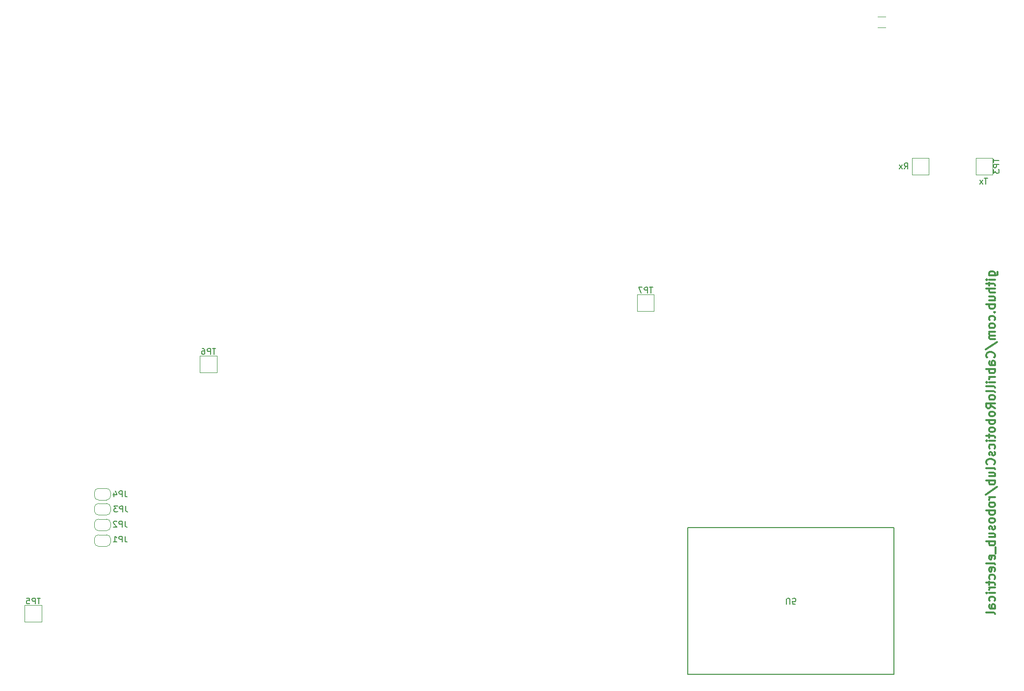
<source format=gbr>
%TF.GenerationSoftware,KiCad,Pcbnew,8.0.8-8.0.8-0~ubuntu22.04.1*%
%TF.CreationDate,2025-01-31T14:52:17-08:00*%
%TF.ProjectId,Backplane_Board,4261636b-706c-4616-9e65-5f426f617264,1*%
%TF.SameCoordinates,Original*%
%TF.FileFunction,Legend,Bot*%
%TF.FilePolarity,Positive*%
%FSLAX46Y46*%
G04 Gerber Fmt 4.6, Leading zero omitted, Abs format (unit mm)*
G04 Created by KiCad (PCBNEW 8.0.8-8.0.8-0~ubuntu22.04.1) date 2025-01-31 14:52:17*
%MOMM*%
%LPD*%
G01*
G04 APERTURE LIST*
%ADD10C,0.150000*%
%ADD11C,0.300000*%
%ADD12C,0.120000*%
%ADD13C,0.152400*%
G04 APERTURE END LIST*
D10*
X206606077Y-59044819D02*
X206034649Y-59044819D01*
X206320363Y-60044819D02*
X206320363Y-59044819D01*
X205796553Y-60044819D02*
X205272744Y-59378152D01*
X205796553Y-59378152D02*
X205272744Y-60044819D01*
D11*
X206850828Y-75822368D02*
X208065114Y-75822368D01*
X208065114Y-75822368D02*
X208207971Y-75750939D01*
X208207971Y-75750939D02*
X208279400Y-75679510D01*
X208279400Y-75679510D02*
X208350828Y-75536653D01*
X208350828Y-75536653D02*
X208350828Y-75322368D01*
X208350828Y-75322368D02*
X208279400Y-75179510D01*
X207779400Y-75822368D02*
X207850828Y-75679510D01*
X207850828Y-75679510D02*
X207850828Y-75393796D01*
X207850828Y-75393796D02*
X207779400Y-75250939D01*
X207779400Y-75250939D02*
X207707971Y-75179510D01*
X207707971Y-75179510D02*
X207565114Y-75108082D01*
X207565114Y-75108082D02*
X207136542Y-75108082D01*
X207136542Y-75108082D02*
X206993685Y-75179510D01*
X206993685Y-75179510D02*
X206922257Y-75250939D01*
X206922257Y-75250939D02*
X206850828Y-75393796D01*
X206850828Y-75393796D02*
X206850828Y-75679510D01*
X206850828Y-75679510D02*
X206922257Y-75822368D01*
X207850828Y-76536653D02*
X206850828Y-76536653D01*
X206350828Y-76536653D02*
X206422257Y-76465225D01*
X206422257Y-76465225D02*
X206493685Y-76536653D01*
X206493685Y-76536653D02*
X206422257Y-76608082D01*
X206422257Y-76608082D02*
X206350828Y-76536653D01*
X206350828Y-76536653D02*
X206493685Y-76536653D01*
X206850828Y-77036654D02*
X206850828Y-77608082D01*
X206350828Y-77250939D02*
X207636542Y-77250939D01*
X207636542Y-77250939D02*
X207779400Y-77322368D01*
X207779400Y-77322368D02*
X207850828Y-77465225D01*
X207850828Y-77465225D02*
X207850828Y-77608082D01*
X207850828Y-78108082D02*
X206350828Y-78108082D01*
X207850828Y-78750940D02*
X207065114Y-78750940D01*
X207065114Y-78750940D02*
X206922257Y-78679511D01*
X206922257Y-78679511D02*
X206850828Y-78536654D01*
X206850828Y-78536654D02*
X206850828Y-78322368D01*
X206850828Y-78322368D02*
X206922257Y-78179511D01*
X206922257Y-78179511D02*
X206993685Y-78108082D01*
X206850828Y-80108083D02*
X207850828Y-80108083D01*
X206850828Y-79465225D02*
X207636542Y-79465225D01*
X207636542Y-79465225D02*
X207779400Y-79536654D01*
X207779400Y-79536654D02*
X207850828Y-79679511D01*
X207850828Y-79679511D02*
X207850828Y-79893797D01*
X207850828Y-79893797D02*
X207779400Y-80036654D01*
X207779400Y-80036654D02*
X207707971Y-80108083D01*
X207850828Y-80822368D02*
X206350828Y-80822368D01*
X206922257Y-80822368D02*
X206850828Y-80965226D01*
X206850828Y-80965226D02*
X206850828Y-81250940D01*
X206850828Y-81250940D02*
X206922257Y-81393797D01*
X206922257Y-81393797D02*
X206993685Y-81465226D01*
X206993685Y-81465226D02*
X207136542Y-81536654D01*
X207136542Y-81536654D02*
X207565114Y-81536654D01*
X207565114Y-81536654D02*
X207707971Y-81465226D01*
X207707971Y-81465226D02*
X207779400Y-81393797D01*
X207779400Y-81393797D02*
X207850828Y-81250940D01*
X207850828Y-81250940D02*
X207850828Y-80965226D01*
X207850828Y-80965226D02*
X207779400Y-80822368D01*
X207707971Y-82179511D02*
X207779400Y-82250940D01*
X207779400Y-82250940D02*
X207850828Y-82179511D01*
X207850828Y-82179511D02*
X207779400Y-82108083D01*
X207779400Y-82108083D02*
X207707971Y-82179511D01*
X207707971Y-82179511D02*
X207850828Y-82179511D01*
X207779400Y-83536655D02*
X207850828Y-83393797D01*
X207850828Y-83393797D02*
X207850828Y-83108083D01*
X207850828Y-83108083D02*
X207779400Y-82965226D01*
X207779400Y-82965226D02*
X207707971Y-82893797D01*
X207707971Y-82893797D02*
X207565114Y-82822369D01*
X207565114Y-82822369D02*
X207136542Y-82822369D01*
X207136542Y-82822369D02*
X206993685Y-82893797D01*
X206993685Y-82893797D02*
X206922257Y-82965226D01*
X206922257Y-82965226D02*
X206850828Y-83108083D01*
X206850828Y-83108083D02*
X206850828Y-83393797D01*
X206850828Y-83393797D02*
X206922257Y-83536655D01*
X207850828Y-84393797D02*
X207779400Y-84250940D01*
X207779400Y-84250940D02*
X207707971Y-84179511D01*
X207707971Y-84179511D02*
X207565114Y-84108083D01*
X207565114Y-84108083D02*
X207136542Y-84108083D01*
X207136542Y-84108083D02*
X206993685Y-84179511D01*
X206993685Y-84179511D02*
X206922257Y-84250940D01*
X206922257Y-84250940D02*
X206850828Y-84393797D01*
X206850828Y-84393797D02*
X206850828Y-84608083D01*
X206850828Y-84608083D02*
X206922257Y-84750940D01*
X206922257Y-84750940D02*
X206993685Y-84822369D01*
X206993685Y-84822369D02*
X207136542Y-84893797D01*
X207136542Y-84893797D02*
X207565114Y-84893797D01*
X207565114Y-84893797D02*
X207707971Y-84822369D01*
X207707971Y-84822369D02*
X207779400Y-84750940D01*
X207779400Y-84750940D02*
X207850828Y-84608083D01*
X207850828Y-84608083D02*
X207850828Y-84393797D01*
X207850828Y-85536654D02*
X206850828Y-85536654D01*
X206993685Y-85536654D02*
X206922257Y-85608083D01*
X206922257Y-85608083D02*
X206850828Y-85750940D01*
X206850828Y-85750940D02*
X206850828Y-85965226D01*
X206850828Y-85965226D02*
X206922257Y-86108083D01*
X206922257Y-86108083D02*
X207065114Y-86179512D01*
X207065114Y-86179512D02*
X207850828Y-86179512D01*
X207065114Y-86179512D02*
X206922257Y-86250940D01*
X206922257Y-86250940D02*
X206850828Y-86393797D01*
X206850828Y-86393797D02*
X206850828Y-86608083D01*
X206850828Y-86608083D02*
X206922257Y-86750940D01*
X206922257Y-86750940D02*
X207065114Y-86822369D01*
X207065114Y-86822369D02*
X207850828Y-86822369D01*
X206279400Y-88608083D02*
X208207971Y-87322369D01*
X207707971Y-89965226D02*
X207779400Y-89893798D01*
X207779400Y-89893798D02*
X207850828Y-89679512D01*
X207850828Y-89679512D02*
X207850828Y-89536655D01*
X207850828Y-89536655D02*
X207779400Y-89322369D01*
X207779400Y-89322369D02*
X207636542Y-89179512D01*
X207636542Y-89179512D02*
X207493685Y-89108083D01*
X207493685Y-89108083D02*
X207207971Y-89036655D01*
X207207971Y-89036655D02*
X206993685Y-89036655D01*
X206993685Y-89036655D02*
X206707971Y-89108083D01*
X206707971Y-89108083D02*
X206565114Y-89179512D01*
X206565114Y-89179512D02*
X206422257Y-89322369D01*
X206422257Y-89322369D02*
X206350828Y-89536655D01*
X206350828Y-89536655D02*
X206350828Y-89679512D01*
X206350828Y-89679512D02*
X206422257Y-89893798D01*
X206422257Y-89893798D02*
X206493685Y-89965226D01*
X207850828Y-91250941D02*
X207065114Y-91250941D01*
X207065114Y-91250941D02*
X206922257Y-91179512D01*
X206922257Y-91179512D02*
X206850828Y-91036655D01*
X206850828Y-91036655D02*
X206850828Y-90750941D01*
X206850828Y-90750941D02*
X206922257Y-90608083D01*
X207779400Y-91250941D02*
X207850828Y-91108083D01*
X207850828Y-91108083D02*
X207850828Y-90750941D01*
X207850828Y-90750941D02*
X207779400Y-90608083D01*
X207779400Y-90608083D02*
X207636542Y-90536655D01*
X207636542Y-90536655D02*
X207493685Y-90536655D01*
X207493685Y-90536655D02*
X207350828Y-90608083D01*
X207350828Y-90608083D02*
X207279400Y-90750941D01*
X207279400Y-90750941D02*
X207279400Y-91108083D01*
X207279400Y-91108083D02*
X207207971Y-91250941D01*
X207850828Y-91965226D02*
X206350828Y-91965226D01*
X206922257Y-91965226D02*
X206850828Y-92108084D01*
X206850828Y-92108084D02*
X206850828Y-92393798D01*
X206850828Y-92393798D02*
X206922257Y-92536655D01*
X206922257Y-92536655D02*
X206993685Y-92608084D01*
X206993685Y-92608084D02*
X207136542Y-92679512D01*
X207136542Y-92679512D02*
X207565114Y-92679512D01*
X207565114Y-92679512D02*
X207707971Y-92608084D01*
X207707971Y-92608084D02*
X207779400Y-92536655D01*
X207779400Y-92536655D02*
X207850828Y-92393798D01*
X207850828Y-92393798D02*
X207850828Y-92108084D01*
X207850828Y-92108084D02*
X207779400Y-91965226D01*
X207850828Y-93322369D02*
X206850828Y-93322369D01*
X207136542Y-93322369D02*
X206993685Y-93393798D01*
X206993685Y-93393798D02*
X206922257Y-93465227D01*
X206922257Y-93465227D02*
X206850828Y-93608084D01*
X206850828Y-93608084D02*
X206850828Y-93750941D01*
X207850828Y-94250940D02*
X206850828Y-94250940D01*
X206350828Y-94250940D02*
X206422257Y-94179512D01*
X206422257Y-94179512D02*
X206493685Y-94250940D01*
X206493685Y-94250940D02*
X206422257Y-94322369D01*
X206422257Y-94322369D02*
X206350828Y-94250940D01*
X206350828Y-94250940D02*
X206493685Y-94250940D01*
X207850828Y-95179512D02*
X207779400Y-95036655D01*
X207779400Y-95036655D02*
X207636542Y-94965226D01*
X207636542Y-94965226D02*
X206350828Y-94965226D01*
X207850828Y-95965226D02*
X207779400Y-95822369D01*
X207779400Y-95822369D02*
X207636542Y-95750940D01*
X207636542Y-95750940D02*
X206350828Y-95750940D01*
X207850828Y-96750940D02*
X207779400Y-96608083D01*
X207779400Y-96608083D02*
X207707971Y-96536654D01*
X207707971Y-96536654D02*
X207565114Y-96465226D01*
X207565114Y-96465226D02*
X207136542Y-96465226D01*
X207136542Y-96465226D02*
X206993685Y-96536654D01*
X206993685Y-96536654D02*
X206922257Y-96608083D01*
X206922257Y-96608083D02*
X206850828Y-96750940D01*
X206850828Y-96750940D02*
X206850828Y-96965226D01*
X206850828Y-96965226D02*
X206922257Y-97108083D01*
X206922257Y-97108083D02*
X206993685Y-97179512D01*
X206993685Y-97179512D02*
X207136542Y-97250940D01*
X207136542Y-97250940D02*
X207565114Y-97250940D01*
X207565114Y-97250940D02*
X207707971Y-97179512D01*
X207707971Y-97179512D02*
X207779400Y-97108083D01*
X207779400Y-97108083D02*
X207850828Y-96965226D01*
X207850828Y-96965226D02*
X207850828Y-96750940D01*
X207850828Y-98750940D02*
X207136542Y-98250940D01*
X207850828Y-97893797D02*
X206350828Y-97893797D01*
X206350828Y-97893797D02*
X206350828Y-98465226D01*
X206350828Y-98465226D02*
X206422257Y-98608083D01*
X206422257Y-98608083D02*
X206493685Y-98679512D01*
X206493685Y-98679512D02*
X206636542Y-98750940D01*
X206636542Y-98750940D02*
X206850828Y-98750940D01*
X206850828Y-98750940D02*
X206993685Y-98679512D01*
X206993685Y-98679512D02*
X207065114Y-98608083D01*
X207065114Y-98608083D02*
X207136542Y-98465226D01*
X207136542Y-98465226D02*
X207136542Y-97893797D01*
X207850828Y-99608083D02*
X207779400Y-99465226D01*
X207779400Y-99465226D02*
X207707971Y-99393797D01*
X207707971Y-99393797D02*
X207565114Y-99322369D01*
X207565114Y-99322369D02*
X207136542Y-99322369D01*
X207136542Y-99322369D02*
X206993685Y-99393797D01*
X206993685Y-99393797D02*
X206922257Y-99465226D01*
X206922257Y-99465226D02*
X206850828Y-99608083D01*
X206850828Y-99608083D02*
X206850828Y-99822369D01*
X206850828Y-99822369D02*
X206922257Y-99965226D01*
X206922257Y-99965226D02*
X206993685Y-100036655D01*
X206993685Y-100036655D02*
X207136542Y-100108083D01*
X207136542Y-100108083D02*
X207565114Y-100108083D01*
X207565114Y-100108083D02*
X207707971Y-100036655D01*
X207707971Y-100036655D02*
X207779400Y-99965226D01*
X207779400Y-99965226D02*
X207850828Y-99822369D01*
X207850828Y-99822369D02*
X207850828Y-99608083D01*
X207850828Y-100750940D02*
X206350828Y-100750940D01*
X206922257Y-100750940D02*
X206850828Y-100893798D01*
X206850828Y-100893798D02*
X206850828Y-101179512D01*
X206850828Y-101179512D02*
X206922257Y-101322369D01*
X206922257Y-101322369D02*
X206993685Y-101393798D01*
X206993685Y-101393798D02*
X207136542Y-101465226D01*
X207136542Y-101465226D02*
X207565114Y-101465226D01*
X207565114Y-101465226D02*
X207707971Y-101393798D01*
X207707971Y-101393798D02*
X207779400Y-101322369D01*
X207779400Y-101322369D02*
X207850828Y-101179512D01*
X207850828Y-101179512D02*
X207850828Y-100893798D01*
X207850828Y-100893798D02*
X207779400Y-100750940D01*
X207850828Y-102322369D02*
X207779400Y-102179512D01*
X207779400Y-102179512D02*
X207707971Y-102108083D01*
X207707971Y-102108083D02*
X207565114Y-102036655D01*
X207565114Y-102036655D02*
X207136542Y-102036655D01*
X207136542Y-102036655D02*
X206993685Y-102108083D01*
X206993685Y-102108083D02*
X206922257Y-102179512D01*
X206922257Y-102179512D02*
X206850828Y-102322369D01*
X206850828Y-102322369D02*
X206850828Y-102536655D01*
X206850828Y-102536655D02*
X206922257Y-102679512D01*
X206922257Y-102679512D02*
X206993685Y-102750941D01*
X206993685Y-102750941D02*
X207136542Y-102822369D01*
X207136542Y-102822369D02*
X207565114Y-102822369D01*
X207565114Y-102822369D02*
X207707971Y-102750941D01*
X207707971Y-102750941D02*
X207779400Y-102679512D01*
X207779400Y-102679512D02*
X207850828Y-102536655D01*
X207850828Y-102536655D02*
X207850828Y-102322369D01*
X206850828Y-103250941D02*
X206850828Y-103822369D01*
X206350828Y-103465226D02*
X207636542Y-103465226D01*
X207636542Y-103465226D02*
X207779400Y-103536655D01*
X207779400Y-103536655D02*
X207850828Y-103679512D01*
X207850828Y-103679512D02*
X207850828Y-103822369D01*
X207850828Y-104322369D02*
X206850828Y-104322369D01*
X206350828Y-104322369D02*
X206422257Y-104250941D01*
X206422257Y-104250941D02*
X206493685Y-104322369D01*
X206493685Y-104322369D02*
X206422257Y-104393798D01*
X206422257Y-104393798D02*
X206350828Y-104322369D01*
X206350828Y-104322369D02*
X206493685Y-104322369D01*
X207779400Y-105679513D02*
X207850828Y-105536655D01*
X207850828Y-105536655D02*
X207850828Y-105250941D01*
X207850828Y-105250941D02*
X207779400Y-105108084D01*
X207779400Y-105108084D02*
X207707971Y-105036655D01*
X207707971Y-105036655D02*
X207565114Y-104965227D01*
X207565114Y-104965227D02*
X207136542Y-104965227D01*
X207136542Y-104965227D02*
X206993685Y-105036655D01*
X206993685Y-105036655D02*
X206922257Y-105108084D01*
X206922257Y-105108084D02*
X206850828Y-105250941D01*
X206850828Y-105250941D02*
X206850828Y-105536655D01*
X206850828Y-105536655D02*
X206922257Y-105679513D01*
X207779400Y-106250941D02*
X207850828Y-106393798D01*
X207850828Y-106393798D02*
X207850828Y-106679512D01*
X207850828Y-106679512D02*
X207779400Y-106822369D01*
X207779400Y-106822369D02*
X207636542Y-106893798D01*
X207636542Y-106893798D02*
X207565114Y-106893798D01*
X207565114Y-106893798D02*
X207422257Y-106822369D01*
X207422257Y-106822369D02*
X207350828Y-106679512D01*
X207350828Y-106679512D02*
X207350828Y-106465227D01*
X207350828Y-106465227D02*
X207279400Y-106322369D01*
X207279400Y-106322369D02*
X207136542Y-106250941D01*
X207136542Y-106250941D02*
X207065114Y-106250941D01*
X207065114Y-106250941D02*
X206922257Y-106322369D01*
X206922257Y-106322369D02*
X206850828Y-106465227D01*
X206850828Y-106465227D02*
X206850828Y-106679512D01*
X206850828Y-106679512D02*
X206922257Y-106822369D01*
X207707971Y-108393798D02*
X207779400Y-108322370D01*
X207779400Y-108322370D02*
X207850828Y-108108084D01*
X207850828Y-108108084D02*
X207850828Y-107965227D01*
X207850828Y-107965227D02*
X207779400Y-107750941D01*
X207779400Y-107750941D02*
X207636542Y-107608084D01*
X207636542Y-107608084D02*
X207493685Y-107536655D01*
X207493685Y-107536655D02*
X207207971Y-107465227D01*
X207207971Y-107465227D02*
X206993685Y-107465227D01*
X206993685Y-107465227D02*
X206707971Y-107536655D01*
X206707971Y-107536655D02*
X206565114Y-107608084D01*
X206565114Y-107608084D02*
X206422257Y-107750941D01*
X206422257Y-107750941D02*
X206350828Y-107965227D01*
X206350828Y-107965227D02*
X206350828Y-108108084D01*
X206350828Y-108108084D02*
X206422257Y-108322370D01*
X206422257Y-108322370D02*
X206493685Y-108393798D01*
X207850828Y-109250941D02*
X207779400Y-109108084D01*
X207779400Y-109108084D02*
X207636542Y-109036655D01*
X207636542Y-109036655D02*
X206350828Y-109036655D01*
X206850828Y-110465227D02*
X207850828Y-110465227D01*
X206850828Y-109822369D02*
X207636542Y-109822369D01*
X207636542Y-109822369D02*
X207779400Y-109893798D01*
X207779400Y-109893798D02*
X207850828Y-110036655D01*
X207850828Y-110036655D02*
X207850828Y-110250941D01*
X207850828Y-110250941D02*
X207779400Y-110393798D01*
X207779400Y-110393798D02*
X207707971Y-110465227D01*
X207850828Y-111179512D02*
X206350828Y-111179512D01*
X206922257Y-111179512D02*
X206850828Y-111322370D01*
X206850828Y-111322370D02*
X206850828Y-111608084D01*
X206850828Y-111608084D02*
X206922257Y-111750941D01*
X206922257Y-111750941D02*
X206993685Y-111822370D01*
X206993685Y-111822370D02*
X207136542Y-111893798D01*
X207136542Y-111893798D02*
X207565114Y-111893798D01*
X207565114Y-111893798D02*
X207707971Y-111822370D01*
X207707971Y-111822370D02*
X207779400Y-111750941D01*
X207779400Y-111750941D02*
X207850828Y-111608084D01*
X207850828Y-111608084D02*
X207850828Y-111322370D01*
X207850828Y-111322370D02*
X207779400Y-111179512D01*
X206279400Y-113608084D02*
X208207971Y-112322370D01*
X207850828Y-114108084D02*
X206850828Y-114108084D01*
X207136542Y-114108084D02*
X206993685Y-114179513D01*
X206993685Y-114179513D02*
X206922257Y-114250942D01*
X206922257Y-114250942D02*
X206850828Y-114393799D01*
X206850828Y-114393799D02*
X206850828Y-114536656D01*
X207850828Y-115250941D02*
X207779400Y-115108084D01*
X207779400Y-115108084D02*
X207707971Y-115036655D01*
X207707971Y-115036655D02*
X207565114Y-114965227D01*
X207565114Y-114965227D02*
X207136542Y-114965227D01*
X207136542Y-114965227D02*
X206993685Y-115036655D01*
X206993685Y-115036655D02*
X206922257Y-115108084D01*
X206922257Y-115108084D02*
X206850828Y-115250941D01*
X206850828Y-115250941D02*
X206850828Y-115465227D01*
X206850828Y-115465227D02*
X206922257Y-115608084D01*
X206922257Y-115608084D02*
X206993685Y-115679513D01*
X206993685Y-115679513D02*
X207136542Y-115750941D01*
X207136542Y-115750941D02*
X207565114Y-115750941D01*
X207565114Y-115750941D02*
X207707971Y-115679513D01*
X207707971Y-115679513D02*
X207779400Y-115608084D01*
X207779400Y-115608084D02*
X207850828Y-115465227D01*
X207850828Y-115465227D02*
X207850828Y-115250941D01*
X207850828Y-116393798D02*
X206350828Y-116393798D01*
X206922257Y-116393798D02*
X206850828Y-116536656D01*
X206850828Y-116536656D02*
X206850828Y-116822370D01*
X206850828Y-116822370D02*
X206922257Y-116965227D01*
X206922257Y-116965227D02*
X206993685Y-117036656D01*
X206993685Y-117036656D02*
X207136542Y-117108084D01*
X207136542Y-117108084D02*
X207565114Y-117108084D01*
X207565114Y-117108084D02*
X207707971Y-117036656D01*
X207707971Y-117036656D02*
X207779400Y-116965227D01*
X207779400Y-116965227D02*
X207850828Y-116822370D01*
X207850828Y-116822370D02*
X207850828Y-116536656D01*
X207850828Y-116536656D02*
X207779400Y-116393798D01*
X207850828Y-117965227D02*
X207779400Y-117822370D01*
X207779400Y-117822370D02*
X207707971Y-117750941D01*
X207707971Y-117750941D02*
X207565114Y-117679513D01*
X207565114Y-117679513D02*
X207136542Y-117679513D01*
X207136542Y-117679513D02*
X206993685Y-117750941D01*
X206993685Y-117750941D02*
X206922257Y-117822370D01*
X206922257Y-117822370D02*
X206850828Y-117965227D01*
X206850828Y-117965227D02*
X206850828Y-118179513D01*
X206850828Y-118179513D02*
X206922257Y-118322370D01*
X206922257Y-118322370D02*
X206993685Y-118393799D01*
X206993685Y-118393799D02*
X207136542Y-118465227D01*
X207136542Y-118465227D02*
X207565114Y-118465227D01*
X207565114Y-118465227D02*
X207707971Y-118393799D01*
X207707971Y-118393799D02*
X207779400Y-118322370D01*
X207779400Y-118322370D02*
X207850828Y-118179513D01*
X207850828Y-118179513D02*
X207850828Y-117965227D01*
X207779400Y-119036656D02*
X207850828Y-119179513D01*
X207850828Y-119179513D02*
X207850828Y-119465227D01*
X207850828Y-119465227D02*
X207779400Y-119608084D01*
X207779400Y-119608084D02*
X207636542Y-119679513D01*
X207636542Y-119679513D02*
X207565114Y-119679513D01*
X207565114Y-119679513D02*
X207422257Y-119608084D01*
X207422257Y-119608084D02*
X207350828Y-119465227D01*
X207350828Y-119465227D02*
X207350828Y-119250942D01*
X207350828Y-119250942D02*
X207279400Y-119108084D01*
X207279400Y-119108084D02*
X207136542Y-119036656D01*
X207136542Y-119036656D02*
X207065114Y-119036656D01*
X207065114Y-119036656D02*
X206922257Y-119108084D01*
X206922257Y-119108084D02*
X206850828Y-119250942D01*
X206850828Y-119250942D02*
X206850828Y-119465227D01*
X206850828Y-119465227D02*
X206922257Y-119608084D01*
X206850828Y-120965228D02*
X207850828Y-120965228D01*
X206850828Y-120322370D02*
X207636542Y-120322370D01*
X207636542Y-120322370D02*
X207779400Y-120393799D01*
X207779400Y-120393799D02*
X207850828Y-120536656D01*
X207850828Y-120536656D02*
X207850828Y-120750942D01*
X207850828Y-120750942D02*
X207779400Y-120893799D01*
X207779400Y-120893799D02*
X207707971Y-120965228D01*
X207850828Y-121679513D02*
X206350828Y-121679513D01*
X206922257Y-121679513D02*
X206850828Y-121822371D01*
X206850828Y-121822371D02*
X206850828Y-122108085D01*
X206850828Y-122108085D02*
X206922257Y-122250942D01*
X206922257Y-122250942D02*
X206993685Y-122322371D01*
X206993685Y-122322371D02*
X207136542Y-122393799D01*
X207136542Y-122393799D02*
X207565114Y-122393799D01*
X207565114Y-122393799D02*
X207707971Y-122322371D01*
X207707971Y-122322371D02*
X207779400Y-122250942D01*
X207779400Y-122250942D02*
X207850828Y-122108085D01*
X207850828Y-122108085D02*
X207850828Y-121822371D01*
X207850828Y-121822371D02*
X207779400Y-121679513D01*
X207993685Y-122679514D02*
X207993685Y-123822371D01*
X207779400Y-124750942D02*
X207850828Y-124608085D01*
X207850828Y-124608085D02*
X207850828Y-124322371D01*
X207850828Y-124322371D02*
X207779400Y-124179513D01*
X207779400Y-124179513D02*
X207636542Y-124108085D01*
X207636542Y-124108085D02*
X207065114Y-124108085D01*
X207065114Y-124108085D02*
X206922257Y-124179513D01*
X206922257Y-124179513D02*
X206850828Y-124322371D01*
X206850828Y-124322371D02*
X206850828Y-124608085D01*
X206850828Y-124608085D02*
X206922257Y-124750942D01*
X206922257Y-124750942D02*
X207065114Y-124822371D01*
X207065114Y-124822371D02*
X207207971Y-124822371D01*
X207207971Y-124822371D02*
X207350828Y-124108085D01*
X207850828Y-125679513D02*
X207779400Y-125536656D01*
X207779400Y-125536656D02*
X207636542Y-125465227D01*
X207636542Y-125465227D02*
X206350828Y-125465227D01*
X207779400Y-126822370D02*
X207850828Y-126679513D01*
X207850828Y-126679513D02*
X207850828Y-126393799D01*
X207850828Y-126393799D02*
X207779400Y-126250941D01*
X207779400Y-126250941D02*
X207636542Y-126179513D01*
X207636542Y-126179513D02*
X207065114Y-126179513D01*
X207065114Y-126179513D02*
X206922257Y-126250941D01*
X206922257Y-126250941D02*
X206850828Y-126393799D01*
X206850828Y-126393799D02*
X206850828Y-126679513D01*
X206850828Y-126679513D02*
X206922257Y-126822370D01*
X206922257Y-126822370D02*
X207065114Y-126893799D01*
X207065114Y-126893799D02*
X207207971Y-126893799D01*
X207207971Y-126893799D02*
X207350828Y-126179513D01*
X207779400Y-128179513D02*
X207850828Y-128036655D01*
X207850828Y-128036655D02*
X207850828Y-127750941D01*
X207850828Y-127750941D02*
X207779400Y-127608084D01*
X207779400Y-127608084D02*
X207707971Y-127536655D01*
X207707971Y-127536655D02*
X207565114Y-127465227D01*
X207565114Y-127465227D02*
X207136542Y-127465227D01*
X207136542Y-127465227D02*
X206993685Y-127536655D01*
X206993685Y-127536655D02*
X206922257Y-127608084D01*
X206922257Y-127608084D02*
X206850828Y-127750941D01*
X206850828Y-127750941D02*
X206850828Y-128036655D01*
X206850828Y-128036655D02*
X206922257Y-128179513D01*
X206850828Y-128608084D02*
X206850828Y-129179512D01*
X206350828Y-128822369D02*
X207636542Y-128822369D01*
X207636542Y-128822369D02*
X207779400Y-128893798D01*
X207779400Y-128893798D02*
X207850828Y-129036655D01*
X207850828Y-129036655D02*
X207850828Y-129179512D01*
X207850828Y-129679512D02*
X206850828Y-129679512D01*
X207136542Y-129679512D02*
X206993685Y-129750941D01*
X206993685Y-129750941D02*
X206922257Y-129822370D01*
X206922257Y-129822370D02*
X206850828Y-129965227D01*
X206850828Y-129965227D02*
X206850828Y-130108084D01*
X207850828Y-130608083D02*
X206850828Y-130608083D01*
X206350828Y-130608083D02*
X206422257Y-130536655D01*
X206422257Y-130536655D02*
X206493685Y-130608083D01*
X206493685Y-130608083D02*
X206422257Y-130679512D01*
X206422257Y-130679512D02*
X206350828Y-130608083D01*
X206350828Y-130608083D02*
X206493685Y-130608083D01*
X207779400Y-131965227D02*
X207850828Y-131822369D01*
X207850828Y-131822369D02*
X207850828Y-131536655D01*
X207850828Y-131536655D02*
X207779400Y-131393798D01*
X207779400Y-131393798D02*
X207707971Y-131322369D01*
X207707971Y-131322369D02*
X207565114Y-131250941D01*
X207565114Y-131250941D02*
X207136542Y-131250941D01*
X207136542Y-131250941D02*
X206993685Y-131322369D01*
X206993685Y-131322369D02*
X206922257Y-131393798D01*
X206922257Y-131393798D02*
X206850828Y-131536655D01*
X206850828Y-131536655D02*
X206850828Y-131822369D01*
X206850828Y-131822369D02*
X206922257Y-131965227D01*
X207850828Y-133250941D02*
X207065114Y-133250941D01*
X207065114Y-133250941D02*
X206922257Y-133179512D01*
X206922257Y-133179512D02*
X206850828Y-133036655D01*
X206850828Y-133036655D02*
X206850828Y-132750941D01*
X206850828Y-132750941D02*
X206922257Y-132608083D01*
X207779400Y-133250941D02*
X207850828Y-133108083D01*
X207850828Y-133108083D02*
X207850828Y-132750941D01*
X207850828Y-132750941D02*
X207779400Y-132608083D01*
X207779400Y-132608083D02*
X207636542Y-132536655D01*
X207636542Y-132536655D02*
X207493685Y-132536655D01*
X207493685Y-132536655D02*
X207350828Y-132608083D01*
X207350828Y-132608083D02*
X207279400Y-132750941D01*
X207279400Y-132750941D02*
X207279400Y-133108083D01*
X207279400Y-133108083D02*
X207207971Y-133250941D01*
X207850828Y-134179512D02*
X207779400Y-134036655D01*
X207779400Y-134036655D02*
X207636542Y-133965226D01*
X207636542Y-133965226D02*
X206350828Y-133965226D01*
D10*
X192241792Y-57444819D02*
X192575125Y-56968628D01*
X192813220Y-57444819D02*
X192813220Y-56444819D01*
X192813220Y-56444819D02*
X192432268Y-56444819D01*
X192432268Y-56444819D02*
X192337030Y-56492438D01*
X192337030Y-56492438D02*
X192289411Y-56540057D01*
X192289411Y-56540057D02*
X192241792Y-56635295D01*
X192241792Y-56635295D02*
X192241792Y-56778152D01*
X192241792Y-56778152D02*
X192289411Y-56873390D01*
X192289411Y-56873390D02*
X192337030Y-56921009D01*
X192337030Y-56921009D02*
X192432268Y-56968628D01*
X192432268Y-56968628D02*
X192813220Y-56968628D01*
X191908458Y-57444819D02*
X191384649Y-56778152D01*
X191908458Y-56778152D02*
X191384649Y-57444819D01*
X148861304Y-77850219D02*
X148289876Y-77850219D01*
X148575590Y-78850219D02*
X148575590Y-77850219D01*
X147956542Y-78850219D02*
X147956542Y-77850219D01*
X147956542Y-77850219D02*
X147575590Y-77850219D01*
X147575590Y-77850219D02*
X147480352Y-77897838D01*
X147480352Y-77897838D02*
X147432733Y-77945457D01*
X147432733Y-77945457D02*
X147385114Y-78040695D01*
X147385114Y-78040695D02*
X147385114Y-78183552D01*
X147385114Y-78183552D02*
X147432733Y-78278790D01*
X147432733Y-78278790D02*
X147480352Y-78326409D01*
X147480352Y-78326409D02*
X147575590Y-78374028D01*
X147575590Y-78374028D02*
X147956542Y-78374028D01*
X147051780Y-77850219D02*
X146385114Y-77850219D01*
X146385114Y-77850219D02*
X146813685Y-78850219D01*
X171933095Y-132515180D02*
X171933095Y-131705657D01*
X171933095Y-131705657D02*
X171980714Y-131610419D01*
X171980714Y-131610419D02*
X172028333Y-131562800D01*
X172028333Y-131562800D02*
X172123571Y-131515180D01*
X172123571Y-131515180D02*
X172314047Y-131515180D01*
X172314047Y-131515180D02*
X172409285Y-131562800D01*
X172409285Y-131562800D02*
X172456904Y-131610419D01*
X172456904Y-131610419D02*
X172504523Y-131705657D01*
X172504523Y-131705657D02*
X172504523Y-132515180D01*
X173456904Y-132515180D02*
X172980714Y-132515180D01*
X172980714Y-132515180D02*
X172933095Y-132038990D01*
X172933095Y-132038990D02*
X172980714Y-132086609D01*
X172980714Y-132086609D02*
X173075952Y-132134228D01*
X173075952Y-132134228D02*
X173314047Y-132134228D01*
X173314047Y-132134228D02*
X173409285Y-132086609D01*
X173409285Y-132086609D02*
X173456904Y-132038990D01*
X173456904Y-132038990D02*
X173504523Y-131943752D01*
X173504523Y-131943752D02*
X173504523Y-131705657D01*
X173504523Y-131705657D02*
X173456904Y-131610419D01*
X173456904Y-131610419D02*
X173409285Y-131562800D01*
X173409285Y-131562800D02*
X173314047Y-131515180D01*
X173314047Y-131515180D02*
X173075952Y-131515180D01*
X173075952Y-131515180D02*
X172980714Y-131562800D01*
X172980714Y-131562800D02*
X172933095Y-131610419D01*
X73474104Y-88416619D02*
X72902676Y-88416619D01*
X73188390Y-89416619D02*
X73188390Y-88416619D01*
X72569342Y-89416619D02*
X72569342Y-88416619D01*
X72569342Y-88416619D02*
X72188390Y-88416619D01*
X72188390Y-88416619D02*
X72093152Y-88464238D01*
X72093152Y-88464238D02*
X72045533Y-88511857D01*
X72045533Y-88511857D02*
X71997914Y-88607095D01*
X71997914Y-88607095D02*
X71997914Y-88749952D01*
X71997914Y-88749952D02*
X72045533Y-88845190D01*
X72045533Y-88845190D02*
X72093152Y-88892809D01*
X72093152Y-88892809D02*
X72188390Y-88940428D01*
X72188390Y-88940428D02*
X72569342Y-88940428D01*
X71140771Y-88416619D02*
X71331247Y-88416619D01*
X71331247Y-88416619D02*
X71426485Y-88464238D01*
X71426485Y-88464238D02*
X71474104Y-88511857D01*
X71474104Y-88511857D02*
X71569342Y-88654714D01*
X71569342Y-88654714D02*
X71616961Y-88845190D01*
X71616961Y-88845190D02*
X71616961Y-89226142D01*
X71616961Y-89226142D02*
X71569342Y-89321380D01*
X71569342Y-89321380D02*
X71521723Y-89369000D01*
X71521723Y-89369000D02*
X71426485Y-89416619D01*
X71426485Y-89416619D02*
X71236009Y-89416619D01*
X71236009Y-89416619D02*
X71140771Y-89369000D01*
X71140771Y-89369000D02*
X71093152Y-89321380D01*
X71093152Y-89321380D02*
X71045533Y-89226142D01*
X71045533Y-89226142D02*
X71045533Y-88988047D01*
X71045533Y-88988047D02*
X71093152Y-88892809D01*
X71093152Y-88892809D02*
X71140771Y-88845190D01*
X71140771Y-88845190D02*
X71236009Y-88797571D01*
X71236009Y-88797571D02*
X71426485Y-88797571D01*
X71426485Y-88797571D02*
X71521723Y-88845190D01*
X71521723Y-88845190D02*
X71569342Y-88892809D01*
X71569342Y-88892809D02*
X71616961Y-88988047D01*
X43248104Y-131469619D02*
X42676676Y-131469619D01*
X42962390Y-132469619D02*
X42962390Y-131469619D01*
X42343342Y-132469619D02*
X42343342Y-131469619D01*
X42343342Y-131469619D02*
X41962390Y-131469619D01*
X41962390Y-131469619D02*
X41867152Y-131517238D01*
X41867152Y-131517238D02*
X41819533Y-131564857D01*
X41819533Y-131564857D02*
X41771914Y-131660095D01*
X41771914Y-131660095D02*
X41771914Y-131802952D01*
X41771914Y-131802952D02*
X41819533Y-131898190D01*
X41819533Y-131898190D02*
X41867152Y-131945809D01*
X41867152Y-131945809D02*
X41962390Y-131993428D01*
X41962390Y-131993428D02*
X42343342Y-131993428D01*
X40867152Y-131469619D02*
X41343342Y-131469619D01*
X41343342Y-131469619D02*
X41390961Y-131945809D01*
X41390961Y-131945809D02*
X41343342Y-131898190D01*
X41343342Y-131898190D02*
X41248104Y-131850571D01*
X41248104Y-131850571D02*
X41010009Y-131850571D01*
X41010009Y-131850571D02*
X40914771Y-131898190D01*
X40914771Y-131898190D02*
X40867152Y-131945809D01*
X40867152Y-131945809D02*
X40819533Y-132041047D01*
X40819533Y-132041047D02*
X40819533Y-132279142D01*
X40819533Y-132279142D02*
X40867152Y-132374380D01*
X40867152Y-132374380D02*
X40914771Y-132422000D01*
X40914771Y-132422000D02*
X41010009Y-132469619D01*
X41010009Y-132469619D02*
X41248104Y-132469619D01*
X41248104Y-132469619D02*
X41343342Y-132422000D01*
X41343342Y-132422000D02*
X41390961Y-132374380D01*
X207602819Y-55738095D02*
X207602819Y-56309523D01*
X208602819Y-56023809D02*
X207602819Y-56023809D01*
X208602819Y-56642857D02*
X207602819Y-56642857D01*
X207602819Y-56642857D02*
X207602819Y-57023809D01*
X207602819Y-57023809D02*
X207650438Y-57119047D01*
X207650438Y-57119047D02*
X207698057Y-57166666D01*
X207698057Y-57166666D02*
X207793295Y-57214285D01*
X207793295Y-57214285D02*
X207936152Y-57214285D01*
X207936152Y-57214285D02*
X208031390Y-57166666D01*
X208031390Y-57166666D02*
X208079009Y-57119047D01*
X208079009Y-57119047D02*
X208126628Y-57023809D01*
X208126628Y-57023809D02*
X208126628Y-56642857D01*
X207602819Y-57547619D02*
X207602819Y-58166666D01*
X207602819Y-58166666D02*
X207983771Y-57833333D01*
X207983771Y-57833333D02*
X207983771Y-57976190D01*
X207983771Y-57976190D02*
X208031390Y-58071428D01*
X208031390Y-58071428D02*
X208079009Y-58119047D01*
X208079009Y-58119047D02*
X208174247Y-58166666D01*
X208174247Y-58166666D02*
X208412342Y-58166666D01*
X208412342Y-58166666D02*
X208507580Y-58119047D01*
X208507580Y-58119047D02*
X208555200Y-58071428D01*
X208555200Y-58071428D02*
X208602819Y-57976190D01*
X208602819Y-57976190D02*
X208602819Y-57690476D01*
X208602819Y-57690476D02*
X208555200Y-57595238D01*
X208555200Y-57595238D02*
X208507580Y-57547619D01*
X57833333Y-113004819D02*
X57833333Y-113719104D01*
X57833333Y-113719104D02*
X57880952Y-113861961D01*
X57880952Y-113861961D02*
X57976190Y-113957200D01*
X57976190Y-113957200D02*
X58119047Y-114004819D01*
X58119047Y-114004819D02*
X58214285Y-114004819D01*
X57357142Y-114004819D02*
X57357142Y-113004819D01*
X57357142Y-113004819D02*
X56976190Y-113004819D01*
X56976190Y-113004819D02*
X56880952Y-113052438D01*
X56880952Y-113052438D02*
X56833333Y-113100057D01*
X56833333Y-113100057D02*
X56785714Y-113195295D01*
X56785714Y-113195295D02*
X56785714Y-113338152D01*
X56785714Y-113338152D02*
X56833333Y-113433390D01*
X56833333Y-113433390D02*
X56880952Y-113481009D01*
X56880952Y-113481009D02*
X56976190Y-113528628D01*
X56976190Y-113528628D02*
X57357142Y-113528628D01*
X55928571Y-113338152D02*
X55928571Y-114004819D01*
X56166666Y-112957200D02*
X56404761Y-113671485D01*
X56404761Y-113671485D02*
X55785714Y-113671485D01*
X57833333Y-118204819D02*
X57833333Y-118919104D01*
X57833333Y-118919104D02*
X57880952Y-119061961D01*
X57880952Y-119061961D02*
X57976190Y-119157200D01*
X57976190Y-119157200D02*
X58119047Y-119204819D01*
X58119047Y-119204819D02*
X58214285Y-119204819D01*
X57357142Y-119204819D02*
X57357142Y-118204819D01*
X57357142Y-118204819D02*
X56976190Y-118204819D01*
X56976190Y-118204819D02*
X56880952Y-118252438D01*
X56880952Y-118252438D02*
X56833333Y-118300057D01*
X56833333Y-118300057D02*
X56785714Y-118395295D01*
X56785714Y-118395295D02*
X56785714Y-118538152D01*
X56785714Y-118538152D02*
X56833333Y-118633390D01*
X56833333Y-118633390D02*
X56880952Y-118681009D01*
X56880952Y-118681009D02*
X56976190Y-118728628D01*
X56976190Y-118728628D02*
X57357142Y-118728628D01*
X56404761Y-118300057D02*
X56357142Y-118252438D01*
X56357142Y-118252438D02*
X56261904Y-118204819D01*
X56261904Y-118204819D02*
X56023809Y-118204819D01*
X56023809Y-118204819D02*
X55928571Y-118252438D01*
X55928571Y-118252438D02*
X55880952Y-118300057D01*
X55880952Y-118300057D02*
X55833333Y-118395295D01*
X55833333Y-118395295D02*
X55833333Y-118490533D01*
X55833333Y-118490533D02*
X55880952Y-118633390D01*
X55880952Y-118633390D02*
X56452380Y-119204819D01*
X56452380Y-119204819D02*
X55833333Y-119204819D01*
X57833333Y-120804819D02*
X57833333Y-121519104D01*
X57833333Y-121519104D02*
X57880952Y-121661961D01*
X57880952Y-121661961D02*
X57976190Y-121757200D01*
X57976190Y-121757200D02*
X58119047Y-121804819D01*
X58119047Y-121804819D02*
X58214285Y-121804819D01*
X57357142Y-121804819D02*
X57357142Y-120804819D01*
X57357142Y-120804819D02*
X56976190Y-120804819D01*
X56976190Y-120804819D02*
X56880952Y-120852438D01*
X56880952Y-120852438D02*
X56833333Y-120900057D01*
X56833333Y-120900057D02*
X56785714Y-120995295D01*
X56785714Y-120995295D02*
X56785714Y-121138152D01*
X56785714Y-121138152D02*
X56833333Y-121233390D01*
X56833333Y-121233390D02*
X56880952Y-121281009D01*
X56880952Y-121281009D02*
X56976190Y-121328628D01*
X56976190Y-121328628D02*
X57357142Y-121328628D01*
X55833333Y-121804819D02*
X56404761Y-121804819D01*
X56119047Y-121804819D02*
X56119047Y-120804819D01*
X56119047Y-120804819D02*
X56214285Y-120947676D01*
X56214285Y-120947676D02*
X56309523Y-121042914D01*
X56309523Y-121042914D02*
X56404761Y-121090533D01*
X57933333Y-115604819D02*
X57933333Y-116319104D01*
X57933333Y-116319104D02*
X57980952Y-116461961D01*
X57980952Y-116461961D02*
X58076190Y-116557200D01*
X58076190Y-116557200D02*
X58219047Y-116604819D01*
X58219047Y-116604819D02*
X58314285Y-116604819D01*
X57457142Y-116604819D02*
X57457142Y-115604819D01*
X57457142Y-115604819D02*
X57076190Y-115604819D01*
X57076190Y-115604819D02*
X56980952Y-115652438D01*
X56980952Y-115652438D02*
X56933333Y-115700057D01*
X56933333Y-115700057D02*
X56885714Y-115795295D01*
X56885714Y-115795295D02*
X56885714Y-115938152D01*
X56885714Y-115938152D02*
X56933333Y-116033390D01*
X56933333Y-116033390D02*
X56980952Y-116081009D01*
X56980952Y-116081009D02*
X57076190Y-116128628D01*
X57076190Y-116128628D02*
X57457142Y-116128628D01*
X56552380Y-115604819D02*
X55933333Y-115604819D01*
X55933333Y-115604819D02*
X56266666Y-115985771D01*
X56266666Y-115985771D02*
X56123809Y-115985771D01*
X56123809Y-115985771D02*
X56028571Y-116033390D01*
X56028571Y-116033390D02*
X55980952Y-116081009D01*
X55980952Y-116081009D02*
X55933333Y-116176247D01*
X55933333Y-116176247D02*
X55933333Y-116414342D01*
X55933333Y-116414342D02*
X55980952Y-116509580D01*
X55980952Y-116509580D02*
X56028571Y-116557200D01*
X56028571Y-116557200D02*
X56123809Y-116604819D01*
X56123809Y-116604819D02*
X56409523Y-116604819D01*
X56409523Y-116604819D02*
X56504761Y-116557200D01*
X56504761Y-116557200D02*
X56552380Y-116509580D01*
D12*
%TO.C,TP7*%
X146149400Y-79093400D02*
X149049400Y-79093400D01*
X146149400Y-81993400D02*
X146149400Y-79093400D01*
X149049400Y-79093400D02*
X149049400Y-81993400D01*
X149049400Y-81993400D02*
X146149400Y-81993400D01*
D13*
%TO.C,U5*%
X154915000Y-119346200D02*
X154915000Y-144593800D01*
X154915000Y-144593800D02*
X190475000Y-144593800D01*
X190475000Y-119346200D02*
X154915000Y-119346200D01*
X190475000Y-144593800D02*
X190475000Y-119346200D01*
D12*
%TO.C,TP6*%
X70762200Y-89659800D02*
X73662200Y-89659800D01*
X70762200Y-92559800D02*
X70762200Y-89659800D01*
X73662200Y-89659800D02*
X73662200Y-92559800D01*
X73662200Y-92559800D02*
X70762200Y-92559800D01*
%TO.C,TP5*%
X40536200Y-132712800D02*
X43436200Y-132712800D01*
X40536200Y-135612800D02*
X40536200Y-132712800D01*
X43436200Y-132712800D02*
X43436200Y-135612800D01*
X43436200Y-135612800D02*
X40536200Y-135612800D01*
%TO.C,TP3*%
X204550000Y-55550000D02*
X207450000Y-55550000D01*
X204550000Y-58450000D02*
X204550000Y-55550000D01*
X207450000Y-55550000D02*
X207450000Y-58450000D01*
X207450000Y-58450000D02*
X204550000Y-58450000D01*
%TO.C,C27*%
X189048752Y-31190000D02*
X187626248Y-31190000D01*
X189048752Y-33010000D02*
X187626248Y-33010000D01*
%TO.C,JP4*%
X52550000Y-113850000D02*
X52550000Y-113250000D01*
X53250000Y-112550000D02*
X54650000Y-112550000D01*
X54650000Y-114550000D02*
X53250000Y-114550000D01*
X55350000Y-113250000D02*
X55350000Y-113850000D01*
X52550000Y-113250000D02*
G75*
G02*
X53250000Y-112550000I699999J1D01*
G01*
X53250000Y-114550000D02*
G75*
G02*
X52550000Y-113850000I-1J699999D01*
G01*
X54650000Y-112550000D02*
G75*
G02*
X55350000Y-113250000I0J-700000D01*
G01*
X55350000Y-113850000D02*
G75*
G02*
X54650000Y-114550000I-700000J0D01*
G01*
%TO.C,JP2*%
X52550000Y-119150000D02*
X52550000Y-118550000D01*
X53250000Y-117850000D02*
X54650000Y-117850000D01*
X54650000Y-119850000D02*
X53250000Y-119850000D01*
X55350000Y-118550000D02*
X55350000Y-119150000D01*
X52550000Y-118550000D02*
G75*
G02*
X53250000Y-117850000I699999J1D01*
G01*
X53250000Y-119850000D02*
G75*
G02*
X52550000Y-119150000I-1J699999D01*
G01*
X54650000Y-117850000D02*
G75*
G02*
X55350000Y-118550000I0J-700000D01*
G01*
X55350000Y-119150000D02*
G75*
G02*
X54650000Y-119850000I-700000J0D01*
G01*
%TO.C,JP1*%
X52550000Y-121850000D02*
X52550000Y-121250000D01*
X53250000Y-120550000D02*
X54650000Y-120550000D01*
X54650000Y-122550000D02*
X53250000Y-122550000D01*
X55350000Y-121250000D02*
X55350000Y-121850000D01*
X52550000Y-121250000D02*
G75*
G02*
X53250000Y-120550000I699999J1D01*
G01*
X53250000Y-122550000D02*
G75*
G02*
X52550000Y-121850000I-1J699999D01*
G01*
X54650000Y-120550000D02*
G75*
G02*
X55350000Y-121250000I0J-700000D01*
G01*
X55350000Y-121850000D02*
G75*
G02*
X54650000Y-122550000I-700000J0D01*
G01*
%TO.C,JP3*%
X52550000Y-116450000D02*
X52550000Y-115850000D01*
X53250000Y-115150000D02*
X54650000Y-115150000D01*
X54650000Y-117150000D02*
X53250000Y-117150000D01*
X55350000Y-115850000D02*
X55350000Y-116450000D01*
X52550000Y-115850000D02*
G75*
G02*
X53250000Y-115150000I699999J1D01*
G01*
X53250000Y-117150000D02*
G75*
G02*
X52550000Y-116450000I-1J699999D01*
G01*
X54650000Y-115150000D02*
G75*
G02*
X55350000Y-115850000I0J-700000D01*
G01*
X55350000Y-116450000D02*
G75*
G02*
X54650000Y-117150000I-700000J0D01*
G01*
%TO.C,TP4*%
X193550000Y-55550000D02*
X196450000Y-55550000D01*
X193550000Y-58450000D02*
X193550000Y-55550000D01*
X196450000Y-55550000D02*
X196450000Y-58450000D01*
X196450000Y-58450000D02*
X193550000Y-58450000D01*
%TD*%
M02*

</source>
